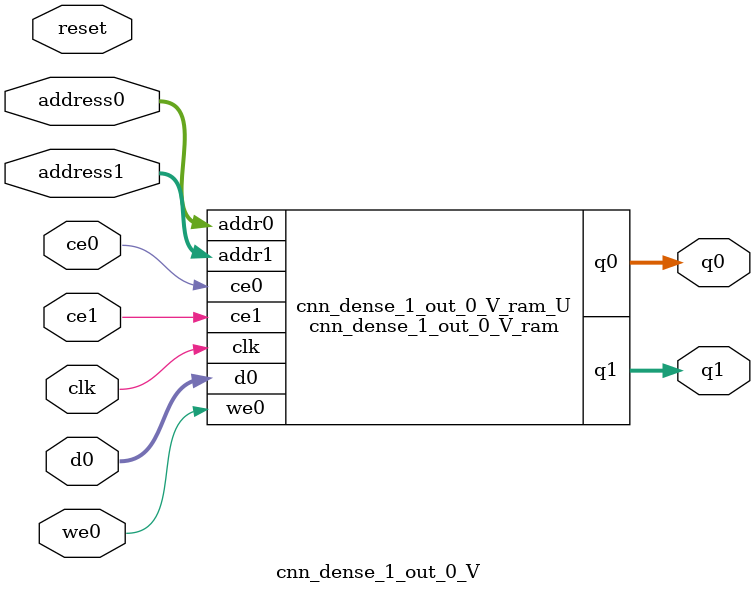
<source format=v>
`timescale 1 ns / 1 ps
module cnn_dense_1_out_0_V_ram (addr0, ce0, d0, we0, q0, addr1, ce1, q1,  clk);

parameter DWIDTH = 13;
parameter AWIDTH = 4;
parameter MEM_SIZE = 10;

input[AWIDTH-1:0] addr0;
input ce0;
input[DWIDTH-1:0] d0;
input we0;
output reg[DWIDTH-1:0] q0;
input[AWIDTH-1:0] addr1;
input ce1;
output reg[DWIDTH-1:0] q1;
input clk;

(* ram_style = "distributed" *)reg [DWIDTH-1:0] ram[0:MEM_SIZE-1];




always @(posedge clk)  
begin 
    if (ce0) 
    begin
        if (we0) 
        begin 
            ram[addr0] <= d0; 
        end 
        q0 <= ram[addr0];
    end
end


always @(posedge clk)  
begin 
    if (ce1) 
    begin
        q1 <= ram[addr1];
    end
end


endmodule

`timescale 1 ns / 1 ps
module cnn_dense_1_out_0_V(
    reset,
    clk,
    address0,
    ce0,
    we0,
    d0,
    q0,
    address1,
    ce1,
    q1);

parameter DataWidth = 32'd13;
parameter AddressRange = 32'd10;
parameter AddressWidth = 32'd4;
input reset;
input clk;
input[AddressWidth - 1:0] address0;
input ce0;
input we0;
input[DataWidth - 1:0] d0;
output[DataWidth - 1:0] q0;
input[AddressWidth - 1:0] address1;
input ce1;
output[DataWidth - 1:0] q1;



cnn_dense_1_out_0_V_ram cnn_dense_1_out_0_V_ram_U(
    .clk( clk ),
    .addr0( address0 ),
    .ce0( ce0 ),
    .we0( we0 ),
    .d0( d0 ),
    .q0( q0 ),
    .addr1( address1 ),
    .ce1( ce1 ),
    .q1( q1 ));

endmodule


</source>
